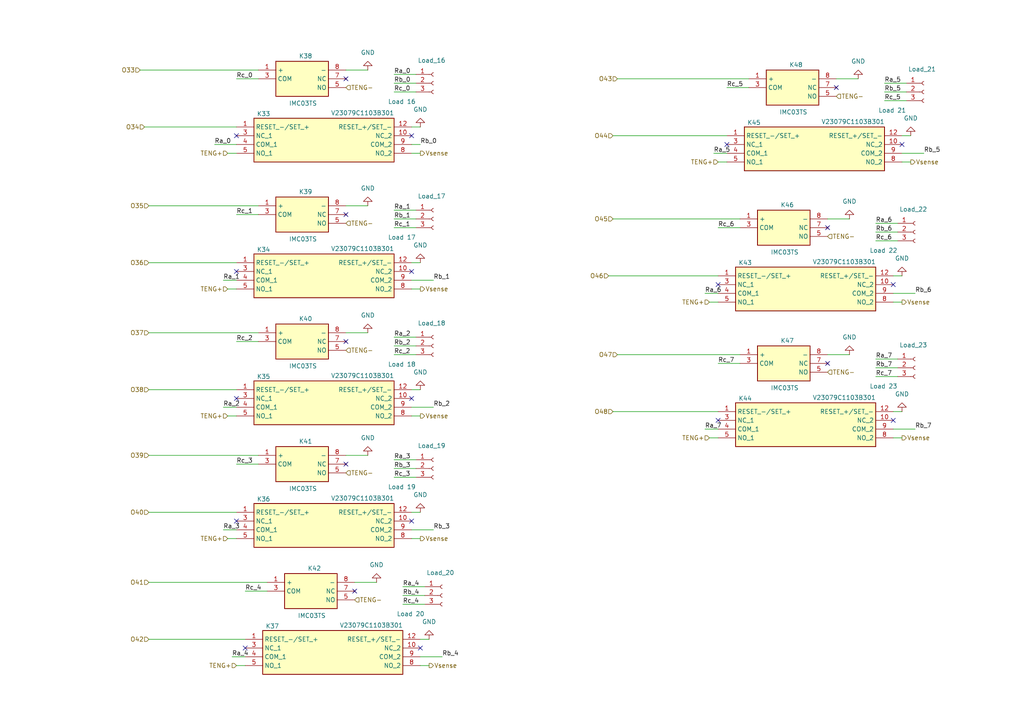
<source format=kicad_sch>
(kicad_sch (version 20231120) (generator "eeschema") (generator_version "8.0")
  (paper "A4")
  (lib_symbols
    (symbol "Connector:Conn_01x03_Socket" (pin_names (offset 1.016) hide)
      (property "Reference" "J" (at 0 5.08 0))
      (property "Value" "Conn_01x03_Socket" (at 0 -5.08 0))
      (symbol "Conn_01x03_Socket_1_1"
        (arc (start 0 -2.032) (mid -0.5058 -2.54) (end 0 -3.048) (stroke (width 0.1524)))
        (polyline (pts (xy -1.27 -2.54) (xy -0.508 -2.54)) (stroke (width 0.1524)))
        (polyline (pts (xy -1.27 0) (xy -0.508 0)) (stroke (width 0.1524)))
        (polyline (pts (xy -1.27 2.54) (xy -0.508 2.54)) (stroke (width 0.1524)))
        (arc (start 0 0.508) (mid -0.5058 0) (end 0 -0.508) (stroke (width 0.1524)))
        (arc (start 0 3.048) (mid -0.5058 2.54) (end 0 2.032) (stroke (width 0.1524)))
        (pin passive line (at -5.08 2.54 0) (length 3.81) (name "Pin_1") (number "1"))
        (pin passive line (at -5.08 0 0) (length 3.81) (name "Pin_2") (number "2"))
        (pin passive line (at -5.08 -2.54 0) (length 3.81) (name "Pin_3") (number "3"))
      )
    )
    (symbol "SamacSys_Parts:IMC03TS"
      (property "Reference" "K" (at 21.59 7.62 0))
      (property "Value" "IMC03TS" (at 21.59 5.08 0))
      (symbol "IMC03TS_1_1"
        (rectangle (start 5.08 2.54) (end 20.32 -7.62) (stroke (width 0.254)) (fill (type background)))
        (pin passive line (at 0 0 0) (length 5.08) (name "+") (number "1"))
        (pin passive line (at 0 -2.54 0) (length 5.08) (name "COM") (number "3"))
        (pin passive line (at 25.4 -5.08 180) (length 5.08) (name "NO") (number "5"))
        (pin no_connect line (at 25.4 -2.54 180) (length 5.08) (name "NC") (number "7"))
        (pin passive line (at 25.4 0 180) (length 5.08) (name "-") (number "8"))
      )
    )
    (symbol "SamacSys_Parts:V23079C1103B301"
      (property "Reference" "K" (at 46.99 7.62 0))
      (property "Value" "V23079C1103B301" (at 46.99 5.08 0))
      (symbol "V23079C1103B301_1_1"
        (rectangle (start 5.08 2.54) (end 45.72 -10.16) (stroke (width 0.254)) (fill (type background)))
        (pin passive line (at 0 0 0) (length 5.08) (name "RESET_-/SET_+") (number "1"))
        (pin passive line (at 50.8 -2.54 180) (length 5.08) (name "NC_2") (number "10"))
        (pin passive line (at 50.8 0 180) (length 5.08) (name "RESET_+/SET_-") (number "12"))
        (pin passive line (at 0 -2.54 0) (length 5.08) (name "NC_1") (number "3"))
        (pin passive line (at 0 -5.08 0) (length 5.08) (name "COM_1") (number "4"))
        (pin passive line (at 0 -7.62 0) (length 5.08) (name "NO_1") (number "5"))
        (pin passive line (at 50.8 -7.62 180) (length 5.08) (name "NO_2") (number "8"))
        (pin passive line (at 50.8 -5.08 180) (length 5.08) (name "COM_2") (number "9"))
      )
    )
    (symbol "power:GND" (power) (pin_numbers hide) (pin_names (offset 0) hide)
      (property "Value" "GND" (at 0 -3.81 0))
      (symbol "GND_0_1"
        (polyline (pts (xy 0 0) (xy 0 -1.27) (xy 1.27 -1.27) (xy 0 -2.54) (xy -1.27 -1.27) (xy 0 -1.27)))
      )
      (symbol "GND_1_1"
        (pin power_in line (at 0 0 270) (length 0) (name "~") (number "1"))
      )
    )
  )
  (no_connect (at 208.28 82.55))
  (no_connect (at 102.87 171.45))
  (no_connect (at 121.92 187.96))
  (no_connect (at 119.38 115.57))
  (no_connect (at 68.58 78.74))
  (no_connect (at 242.57 25.4))
  (no_connect (at 119.38 151.13))
  (no_connect (at 100.33 134.62))
  (no_connect (at 68.58 39.37))
  (no_connect (at 100.33 22.86))
  (no_connect (at 259.08 82.55))
  (no_connect (at 71.12 187.96))
  (no_connect (at 259.08 121.92))
  (no_connect (at 208.28 121.92))
  (no_connect (at 100.33 62.23))
  (no_connect (at 240.03 66.04))
  (no_connect (at 68.58 115.57))
  (no_connect (at 210.82 41.91))
  (no_connect (at 240.03 105.41))
  (no_connect (at 119.38 78.74))
  (no_connect (at 261.62 41.91))
  (no_connect (at 68.58 151.13))
  (no_connect (at 100.33 99.06))
  (no_connect (at 119.38 39.37))
  (wire (pts (xy 66.04 44.45) (xy 68.58 44.45)))
  (wire (pts (xy 106.68 59.69) (xy 100.33 59.69)))
  (wire (pts (xy 208.28 105.41) (xy 214.63 105.41)))
  (wire (pts (xy 246.38 102.87) (xy 240.03 102.87)))
  (wire (pts (xy 121.92 76.2) (xy 119.38 76.2)))
  (wire (pts (xy 119.38 81.28) (xy 125.73 81.28)))
  (wire (pts (xy 254 67.31) (xy 260.35 67.31)))
  (wire (pts (xy 114.3 102.87) (xy 120.65 102.87)))
  (wire (pts (xy 254 106.68) (xy 260.35 106.68)))
  (wire (pts (xy 64.77 118.11) (xy 68.58 118.11)))
  (wire (pts (xy 121.92 156.21) (xy 119.38 156.21)))
  (wire (pts (xy 246.38 63.5) (xy 240.03 63.5)))
  (wire (pts (xy 114.3 135.89) (xy 120.65 135.89)))
  (wire (pts (xy 124.46 193.04) (xy 121.92 193.04)))
  (wire (pts (xy 66.04 120.65) (xy 68.58 120.65)))
  (wire (pts (xy 179.07 22.86) (xy 217.17 22.86)))
  (wire (pts (xy 43.18 148.59) (xy 68.58 148.59)))
  (wire (pts (xy 114.3 97.79) (xy 120.65 97.79)))
  (wire (pts (xy 254 109.22) (xy 260.35 109.22)))
  (wire (pts (xy 119.38 118.11) (xy 125.73 118.11)))
  (wire (pts (xy 208.28 46.99) (xy 210.82 46.99)))
  (wire (pts (xy 248.92 22.86) (xy 242.57 22.86)))
  (wire (pts (xy 114.3 100.33) (xy 120.65 100.33)))
  (wire (pts (xy 43.18 59.69) (xy 74.93 59.69)))
  (wire (pts (xy 204.47 85.09) (xy 208.28 85.09)))
  (wire (pts (xy 177.8 119.38) (xy 208.28 119.38)))
  (wire (pts (xy 114.3 60.96) (xy 120.65 60.96)))
  (wire (pts (xy 121.92 120.65) (xy 119.38 120.65)))
  (wire (pts (xy 116.84 175.26) (xy 123.19 175.26)))
  (wire (pts (xy 261.62 80.01) (xy 259.08 80.01)))
  (wire (pts (xy 119.38 153.67) (xy 125.73 153.67)))
  (wire (pts (xy 114.3 26.67) (xy 120.65 26.67)))
  (wire (pts (xy 114.3 138.43) (xy 120.65 138.43)))
  (wire (pts (xy 68.58 193.04) (xy 71.12 193.04)))
  (wire (pts (xy 106.68 20.32) (xy 100.33 20.32)))
  (wire (pts (xy 121.92 83.82) (xy 119.38 83.82)))
  (wire (pts (xy 40.64 20.32) (xy 74.93 20.32)))
  (wire (pts (xy 43.18 96.52) (xy 74.93 96.52)))
  (wire (pts (xy 121.92 148.59) (xy 119.38 148.59)))
  (wire (pts (xy 207.01 44.45) (xy 210.82 44.45)))
  (wire (pts (xy 205.74 127) (xy 208.28 127)))
  (wire (pts (xy 121.92 190.5) (xy 128.27 190.5)))
  (wire (pts (xy 205.74 87.63) (xy 208.28 87.63)))
  (wire (pts (xy 177.8 63.5) (xy 214.63 63.5)))
  (wire (pts (xy 109.22 168.91) (xy 102.87 168.91)))
  (wire (pts (xy 43.18 168.91) (xy 77.47 168.91)))
  (wire (pts (xy 256.54 29.21) (xy 262.89 29.21)))
  (wire (pts (xy 121.92 41.91) (xy 119.38 41.91)))
  (wire (pts (xy 68.58 99.06) (xy 74.93 99.06)))
  (wire (pts (xy 68.58 134.62) (xy 74.93 134.62)))
  (wire (pts (xy 124.46 185.42) (xy 121.92 185.42)))
  (wire (pts (xy 259.08 85.09) (xy 265.43 85.09)))
  (wire (pts (xy 121.92 44.45) (xy 119.38 44.45)))
  (wire (pts (xy 114.3 63.5) (xy 120.65 63.5)))
  (wire (pts (xy 43.18 132.08) (xy 74.93 132.08)))
  (wire (pts (xy 261.62 44.45) (xy 267.97 44.45)))
  (wire (pts (xy 261.62 119.38) (xy 259.08 119.38)))
  (wire (pts (xy 256.54 24.13) (xy 262.89 24.13)))
  (wire (pts (xy 261.62 127) (xy 259.08 127)))
  (wire (pts (xy 66.04 156.21) (xy 68.58 156.21)))
  (wire (pts (xy 264.16 39.37) (xy 261.62 39.37)))
  (wire (pts (xy 43.18 185.42) (xy 71.12 185.42)))
  (wire (pts (xy 67.31 190.5) (xy 71.12 190.5)))
  (wire (pts (xy 43.18 113.03) (xy 68.58 113.03)))
  (wire (pts (xy 116.84 172.72) (xy 123.19 172.72)))
  (wire (pts (xy 121.92 113.03) (xy 119.38 113.03)))
  (wire (pts (xy 254 104.14) (xy 260.35 104.14)))
  (wire (pts (xy 116.84 170.18) (xy 123.19 170.18)))
  (wire (pts (xy 114.3 24.13) (xy 120.65 24.13)))
  (wire (pts (xy 254 64.77) (xy 260.35 64.77)))
  (wire (pts (xy 68.58 62.23) (xy 74.93 62.23)))
  (wire (pts (xy 66.04 83.82) (xy 68.58 83.82)))
  (wire (pts (xy 121.92 36.83) (xy 119.38 36.83)))
  (wire (pts (xy 254 69.85) (xy 260.35 69.85)))
  (wire (pts (xy 259.08 124.46) (xy 265.43 124.46)))
  (wire (pts (xy 204.47 124.46) (xy 208.28 124.46)))
  (wire (pts (xy 114.3 21.59) (xy 120.65 21.59)))
  (wire (pts (xy 64.77 81.28) (xy 68.58 81.28)))
  (wire (pts (xy 43.18 76.2) (xy 68.58 76.2)))
  (wire (pts (xy 62.23 41.91) (xy 68.58 41.91)))
  (wire (pts (xy 106.68 132.08) (xy 100.33 132.08)))
  (wire (pts (xy 177.8 39.37) (xy 210.82 39.37)))
  (wire (pts (xy 256.54 26.67) (xy 262.89 26.67)))
  (wire (pts (xy 106.68 96.52) (xy 100.33 96.52)))
  (wire (pts (xy 176.53 80.01) (xy 208.28 80.01)))
  (wire (pts (xy 261.62 87.63) (xy 259.08 87.63)))
  (wire (pts (xy 41.91 36.83) (xy 68.58 36.83)))
  (wire (pts (xy 71.12 171.45) (xy 77.47 171.45)))
  (wire (pts (xy 68.58 22.86) (xy 74.93 22.86)))
  (wire (pts (xy 179.07 102.87) (xy 214.63 102.87)))
  (wire (pts (xy 64.77 153.67) (xy 68.58 153.67)))
  (wire (pts (xy 264.16 46.99) (xy 261.62 46.99)))
  (wire (pts (xy 114.3 133.35) (xy 120.65 133.35)))
  (wire (pts (xy 210.82 25.4) (xy 217.17 25.4)))
  (wire (pts (xy 114.3 66.04) (xy 120.65 66.04)))
  (wire (pts (xy 208.28 66.04) (xy 214.63 66.04)))
  (label "Ra_4" (at 67.31 190.5 0))
  (label "Rc_3" (at 114.3 138.43 0))
  (label "Rc_7" (at 208.28 105.41 0))
  (label "Ra_1" (at 64.77 81.28 0))
  (label "Ra_1" (at 114.3 60.96 0))
  (label "Ra_7" (at 204.47 124.46 0))
  (label "Rc_2" (at 68.58 99.06 0))
  (label "Rb_3" (at 114.3 135.89 0))
  (label "Rb_2" (at 125.73 118.11 0))
  (label "Rb_1" (at 125.73 81.28 0))
  (label "Ra_6" (at 254 64.77 0))
  (label "Ra_4" (at 116.84 170.18 0))
  (label "Rc_6" (at 254 69.85 0))
  (label "Rc_3" (at 68.58 134.62 0))
  (label "Ra_2" (at 64.77 118.11 0))
  (label "Rb_7" (at 254 106.68 0))
  (label "Rc_4" (at 71.12 171.45 0))
  (label "Rc_0" (at 114.3 26.67 0))
  (label "Rb_6" (at 254 67.31 0))
  (label "Rc_6" (at 208.28 66.04 0))
  (label "Rc_7" (at 254 109.22 0))
  (label "Ra_6" (at 204.47 85.09 0))
  (label "Ra_2" (at 114.3 97.79 0))
  (label "Rb_0" (at 114.3 24.13 0))
  (label "Ra_5" (at 207.01 44.45 0))
  (label "Ra_3" (at 64.77 153.67 0))
  (label "Rb_1" (at 114.3 63.5 0))
  (label "Rb_4" (at 128.27 190.5 0))
  (label "Rc_1" (at 114.3 66.04 0))
  (label "Rc_4" (at 116.84 175.26 0))
  (label "Rb_5" (at 256.54 26.67 0))
  (label "Ra_0" (at 62.23 41.91 0))
  (label "Ra_3" (at 114.3 133.35 0))
  (label "Rb_0" (at 121.92 41.91 0))
  (label "Rb_4" (at 116.84 172.72 0))
  (label "Rb_2" (at 114.3 100.33 0))
  (label "Rb_7" (at 265.43 124.46 0))
  (label "Ra_5" (at 256.54 24.13 0))
  (label "Rc_2" (at 114.3 102.87 0))
  (label "Rb_3" (at 125.73 153.67 0))
  (label "Rc_5" (at 210.82 25.4 0))
  (label "Rc_5" (at 256.54 29.21 0))
  (label "Ra_7" (at 254 104.14 0))
  (label "Rc_0" (at 68.58 22.86 0))
  (label "Rc_1" (at 68.58 62.23 0))
  (label "Rb_6" (at 265.43 85.09 0))
  (label "Ra_0" (at 114.3 21.59 0))
  (label "Rb_5" (at 267.97 44.45 0))
  (hierarchical_label "O34" (shape input) (at 41.91 36.83 180))
  (hierarchical_label "TENG+" (shape input) (at 66.04 120.65 180))
  (hierarchical_label "O39" (shape input) (at 43.18 132.08 180))
  (hierarchical_label "O44" (shape input) (at 177.8 39.37 180))
  (hierarchical_label "O42" (shape input) (at 43.18 185.42 180))
  (hierarchical_label "TENG+" (shape input) (at 66.04 44.45 180))
  (hierarchical_label "TENG-" (shape input) (at 100.33 137.16 0))
  (hierarchical_label "O36" (shape input) (at 43.18 76.2 180))
  (hierarchical_label "O37" (shape input) (at 43.18 96.52 180))
  (hierarchical_label "O35" (shape input) (at 43.18 59.69 180))
  (hierarchical_label "Vsense" (shape output) (at 264.16 46.99 0))
  (hierarchical_label "Vsense" (shape output) (at 121.92 156.21 0))
  (hierarchical_label "TENG-" (shape input) (at 100.33 64.77 0))
  (hierarchical_label "TENG+" (shape input) (at 66.04 156.21 180))
  (hierarchical_label "TENG-" (shape input) (at 240.03 68.58 0))
  (hierarchical_label "O38" (shape input) (at 43.18 113.03 180))
  (hierarchical_label "O48" (shape input) (at 177.8 119.38 180))
  (hierarchical_label "O41" (shape input) (at 43.18 168.91 180))
  (hierarchical_label "O43" (shape input) (at 179.07 22.86 180))
  (hierarchical_label "TENG-" (shape input) (at 240.03 107.95 0))
  (hierarchical_label "Vsense" (shape output) (at 121.92 44.45 0))
  (hierarchical_label "TENG-" (shape input) (at 100.33 25.4 0))
  (hierarchical_label "Vsense" (shape output) (at 121.92 120.65 0))
  (hierarchical_label "O47" (shape input) (at 179.07 102.87 180))
  (hierarchical_label "TENG-" (shape input) (at 242.57 27.94 0))
  (hierarchical_label "TENG+" (shape input) (at 66.04 83.82 180))
  (hierarchical_label "O46" (shape input) (at 176.53 80.01 180))
  (hierarchical_label "TENG+" (shape input) (at 205.74 127 180))
  (hierarchical_label "O40" (shape input) (at 43.18 148.59 180))
  (hierarchical_label "Vsense" (shape output) (at 261.62 87.63 0))
  (hierarchical_label "Vsense" (shape output) (at 121.92 83.82 0))
  (hierarchical_label "Vsense" (shape output) (at 261.62 127 0))
  (hierarchical_label "TENG+" (shape input) (at 68.58 193.04 180))
  (hierarchical_label "TENG+" (shape input) (at 205.74 87.63 180))
  (hierarchical_label "TENG-" (shape input) (at 100.33 101.6 0))
  (hierarchical_label "O45" (shape input) (at 177.8 63.5 180))
  (hierarchical_label "Vsense" (shape output) (at 124.46 193.04 0))
  (hierarchical_label "TENG+" (shape input) (at 208.28 46.99 180))
  (hierarchical_label "O33" (shape input) (at 40.64 20.32 180))
  (hierarchical_label "TENG-" (shape input) (at 102.87 173.99 0))
  (symbol (lib_id "power:GND") (at 121.92 113.03 0) (mirror x) (unit 1)
    (property "Reference" "#PWR064" (effects (hide yes)))
    (property "Value" "GND" (at 121.92 107.95 0))
    (property "Description" "Power symbol creates a global label with name \"GND\" , ground" (effects (hide yes)))
  )
  (symbol (lib_id "power:GND") (at 106.68 20.32 0) (mirror x) (unit 1)
    (property "Reference" "#PWR057" (effects (hide yes)))
    (property "Value" "GND" (at 106.68 15.24 0))
    (property "Description" "Power symbol creates a global label with name \"GND\" , ground" (effects (hide yes)))
  )
  (symbol (lib_id "SamacSys_Parts:V23079C1103B301") (at 68.58 76.2 0) (unit 1)
    (property "Reference" "K34" (at 76.454 72.39 0))
    (property "Value" "V23079C1103B301" (at 105.156 72.136 0))
    (property "Footprint" "SamacSys_Parts:V23079A1001B301" (effects (hide yes)))
    (property "Datasheet" "https://www.te.com/commerce/DocumentDelivery/DDEController?Action=showdoc&DocId=Specification+Or+Standard%7F108-98002%7FZ5%7Fpdf%7FEnglish%7FENG_SS_108-98002_Z5.pdf%7F4-1393788-8" (effects (hide yes)))
    (property "Description" "Relay,signal,PCB,DPDT,2A,12Vdc,latching" (effects (hide yes)))
    (property "Height" "9" (effects (hide yes)))
    (property "Manufacturer_Name" "TE Connectivity" (effects (hide yes)))
    (property "Manufacturer_Part_Number" "V23079C1103B301" (effects (hide yes)))
    (property "Mouser Part Number" "655-V23079C1103B301" (effects (hide yes)))
    (property "Mouser Price/Stock" "https://www.mouser.co.uk/ProductDetail/TE-Connectivity-PB/V23079C1103B301?qs=CNrsY6Bml5mJjfpRR1yORw%3D%3D" (effects (hide yes)))
    (property "Arrow Part Number" "V23079C1103B301" (effects (hide yes)))
    (property "Arrow Price/Stock" "https://www.arrow.com/en/products/v23079c1103b301/te-connectivity?region=nac" (effects (hide yes)))
  )
  (symbol (lib_id "power:GND") (at 261.62 80.01 0) (mirror x) (unit 1)
    (property "Reference" "#PWR070" (effects (hide yes)))
    (property "Value" "GND" (at 261.62 74.93 0))
    (property "Description" "Power symbol creates a global label with name \"GND\" , ground" (effects (hide yes)))
  )
  (symbol (lib_id "SamacSys_Parts:V23079C1103B301") (at 71.12 185.42 0) (unit 1)
    (property "Reference" "K37" (at 78.994 181.61 0))
    (property "Value" "V23079C1103B301" (at 107.696 181.356 0))
    (property "Footprint" "SamacSys_Parts:V23079A1001B301" (effects (hide yes)))
    (property "Datasheet" "https://www.te.com/commerce/DocumentDelivery/DDEController?Action=showdoc&DocId=Specification+Or+Standard%7F108-98002%7FZ5%7Fpdf%7FEnglish%7FENG_SS_108-98002_Z5.pdf%7F4-1393788-8" (effects (hide yes)))
    (property "Description" "Relay,signal,PCB,DPDT,2A,12Vdc,latching" (effects (hide yes)))
    (property "Height" "9" (effects (hide yes)))
    (property "Manufacturer_Name" "TE Connectivity" (effects (hide yes)))
    (property "Manufacturer_Part_Number" "V23079C1103B301" (effects (hide yes)))
    (property "Mouser Part Number" "655-V23079C1103B301" (effects (hide yes)))
    (property "Mouser Price/Stock" "https://www.mouser.co.uk/ProductDetail/TE-Connectivity-PB/V23079C1103B301?qs=CNrsY6Bml5mJjfpRR1yORw%3D%3D" (effects (hide yes)))
    (property "Arrow Part Number" "V23079C1103B301" (effects (hide yes)))
    (property "Arrow Price/Stock" "https://www.arrow.com/en/products/v23079c1103b301/te-connectivity?region=nac" (effects (hide yes)))
  )
  (symbol (lib_id "SamacSys_Parts:V23079C1103B301") (at 208.28 119.38 0) (unit 1)
    (property "Reference" "K44" (at 216.154 115.57 0))
    (property "Value" "V23079C1103B301" (at 244.856 115.316 0))
    (property "Footprint" "SamacSys_Parts:V23079A1001B301" (effects (hide yes)))
    (property "Datasheet" "https://www.te.com/commerce/DocumentDelivery/DDEController?Action=showdoc&DocId=Specification+Or+Standard%7F108-98002%7FZ5%7Fpdf%7FEnglish%7FENG_SS_108-98002_Z5.pdf%7F4-1393788-8" (effects (hide yes)))
    (property "Description" "Relay,signal,PCB,DPDT,2A,12Vdc,latching" (effects (hide yes)))
    (property "Height" "9" (effects (hide yes)))
    (property "Manufacturer_Name" "TE Connectivity" (effects (hide yes)))
    (property "Manufacturer_Part_Number" "V23079C1103B301" (effects (hide yes)))
    (property "Mouser Part Number" "655-V23079C1103B301" (effects (hide yes)))
    (property "Mouser Price/Stock" "https://www.mouser.co.uk/ProductDetail/TE-Connectivity-PB/V23079C1103B301?qs=CNrsY6Bml5mJjfpRR1yORw%3D%3D" (effects (hide yes)))
    (property "Arrow Part Number" "V23079C1103B301" (effects (hide yes)))
    (property "Arrow Price/Stock" "https://www.arrow.com/en/products/v23079c1103b301/te-connectivity?region=nac" (effects (hide yes)))
  )
  (symbol (lib_id "power:GND") (at 106.68 59.69 0) (mirror x) (unit 1)
    (property "Reference" "#PWR058" (effects (hide yes)))
    (property "Value" "GND" (at 106.68 54.61 0))
    (property "Description" "Power symbol creates a global label with name \"GND\" , ground" (effects (hide yes)))
  )
  (symbol (lib_id "power:GND") (at 264.16 39.37 0) (mirror x) (unit 1)
    (property "Reference" "#PWR072" (effects (hide yes)))
    (property "Value" "GND" (at 264.16 34.29 0))
    (property "Description" "Power symbol creates a global label with name \"GND\" , ground" (effects (hide yes)))
  )
  (symbol (lib_id "power:GND") (at 121.92 148.59 0) (mirror x) (unit 1)
    (property "Reference" "#PWR065" (effects (hide yes)))
    (property "Value" "GND" (at 121.92 143.51 0))
    (property "Description" "Power symbol creates a global label with name \"GND\" , ground" (effects (hide yes)))
  )
  (symbol (lib_id "power:GND") (at 124.46 185.42 0) (mirror x) (unit 1)
    (property "Reference" "#PWR066" (effects (hide yes)))
    (property "Value" "GND" (at 124.46 180.34 0))
    (property "Description" "Power symbol creates a global label with name \"GND\" , ground" (effects (hide yes)))
  )
  (symbol (lib_id "Connector:Conn_01x03_Socket") (at 265.43 67.31 0) (unit 1)
    (property "Reference" "Load_22" (at 260.858 60.706 0) (effects (justify left)))
    (property "Value" "Load 22" (at 252.222 72.644 0) (effects (justify left)))
    (property "Footprint" "Connector_PinHeader_2.54mm:PinHeader_1x03_P2.54mm_Vertical" (effects (hide yes)))
    (property "Description" "Generic connector, single row, 01x03, script generated" (effects (hide yes)))
  )
  (symbol (lib_id "Connector:Conn_01x03_Socket") (at 125.73 100.33 0) (unit 1)
    (property "Reference" "Load_18" (at 121.158 93.726 0) (effects (justify left)))
    (property "Value" "Load 18" (at 112.522 105.664 0) (effects (justify left)))
    (property "Footprint" "Connector_PinHeader_2.54mm:PinHeader_1x03_P2.54mm_Vertical" (effects (hide yes)))
    (property "Description" "Generic connector, single row, 01x03, script generated" (effects (hide yes)))
  )
  (symbol (lib_id "power:GND") (at 246.38 63.5 0) (mirror x) (unit 1)
    (property "Reference" "#PWR067" (effects (hide yes)))
    (property "Value" "GND" (at 246.38 58.42 0))
    (property "Description" "Power symbol creates a global label with name \"GND\" , ground" (effects (hide yes)))
  )
  (symbol (lib_id "SamacSys_Parts:IMC03TS") (at 74.93 20.32 0) (unit 1)
    (property "Reference" "K38" (at 88.646 16.256 0))
    (property "Value" "IMC03TS" (at 87.884 29.972 0))
    (property "Footprint" "SamacSys_Parts:IMC03TS" (effects (hide yes)))
    (property "Datasheet" "https://componentsearchengine.com/Datasheets/1/IMC03TS.pdf" (effects (hide yes)))
    (property "Description" "TE CONNECTIVITY - IMC03TS - RELAY, SIGNAL, SPDT, 30VDC, 2A" (effects (hide yes)))
    (property "Height" "5" (effects (hide yes)))
    (property "Manufacturer_Name" "TE Connectivity" (effects (hide yes)))
    (property "Manufacturer_Part_Number" "IMC03TS" (effects (hide yes)))
    (property "Mouser Part Number" "655-IMC03TS" (effects (hide yes)))
    (property "Mouser Price/Stock" "https://www.mouser.co.uk/ProductDetail/TE-Connectivity/IMC03TS?qs=cjQ5B1jJSzR1ZiTl5Tzf3w%3D%3D" (effects (hide yes)))
    (property "Arrow Part Number" "IMC03TS" (effects (hide yes)))
    (property "Arrow Price/Stock" "https://www.arrow.com/en/products/imc03ts/te-connectivity?region=nac" (effects (hide yes)))
  )
  (symbol (lib_id "SamacSys_Parts:V23079C1103B301") (at 68.58 148.59 0) (unit 1)
    (property "Reference" "K36" (at 76.454 144.78 0))
    (property "Value" "V23079C1103B301" (at 105.156 144.526 0))
    (property "Footprint" "SamacSys_Parts:V23079A1001B301" (effects (hide yes)))
    (property "Datasheet" "https://www.te.com/commerce/DocumentDelivery/DDEController?Action=showdoc&DocId=Specification+Or+Standard%7F108-98002%7FZ5%7Fpdf%7FEnglish%7FENG_SS_108-98002_Z5.pdf%7F4-1393788-8" (effects (hide yes)))
    (property "Description" "Relay,signal,PCB,DPDT,2A,12Vdc,latching" (effects (hide yes)))
    (property "Height" "9" (effects (hide yes)))
    (property "Manufacturer_Name" "TE Connectivity" (effects (hide yes)))
    (property "Manufacturer_Part_Number" "V23079C1103B301" (effects (hide yes)))
    (property "Mouser Part Number" "655-V23079C1103B301" (effects (hide yes)))
    (property "Mouser Price/Stock" "https://www.mouser.co.uk/ProductDetail/TE-Connectivity-PB/V23079C1103B301?qs=CNrsY6Bml5mJjfpRR1yORw%3D%3D" (effects (hide yes)))
    (property "Arrow Part Number" "V23079C1103B301" (effects (hide yes)))
    (property "Arrow Price/Stock" "https://www.arrow.com/en/products/v23079c1103b301/te-connectivity?region=nac" (effects (hide yes)))
  )
  (symbol (lib_id "SamacSys_Parts:IMC03TS") (at 74.93 59.69 0) (unit 1)
    (property "Reference" "K39" (at 88.646 55.626 0))
    (property "Value" "IMC03TS" (at 87.884 69.342 0))
    (property "Footprint" "SamacSys_Parts:IMC03TS" (effects (hide yes)))
    (property "Datasheet" "https://componentsearchengine.com/Datasheets/1/IMC03TS.pdf" (effects (hide yes)))
    (property "Description" "TE CONNECTIVITY - IMC03TS - RELAY, SIGNAL, SPDT, 30VDC, 2A" (effects (hide yes)))
    (property "Height" "5" (effects (hide yes)))
    (property "Manufacturer_Name" "TE Connectivity" (effects (hide yes)))
    (property "Manufacturer_Part_Number" "IMC03TS" (effects (hide yes)))
    (property "Mouser Part Number" "655-IMC03TS" (effects (hide yes)))
    (property "Mouser Price/Stock" "https://www.mouser.co.uk/ProductDetail/TE-Connectivity/IMC03TS?qs=cjQ5B1jJSzR1ZiTl5Tzf3w%3D%3D" (effects (hide yes)))
    (property "Arrow Part Number" "IMC03TS" (effects (hide yes)))
    (property "Arrow Price/Stock" "https://www.arrow.com/en/products/imc03ts/te-connectivity?region=nac" (effects (hide yes)))
  )
  (symbol (lib_id "Connector:Conn_01x03_Socket") (at 128.27 172.72 0) (unit 1)
    (property "Reference" "Load_20" (at 123.698 166.116 0) (effects (justify left)))
    (property "Value" "Load 20" (at 115.062 178.054 0) (effects (justify left)))
    (property "Footprint" "Connector_PinHeader_2.54mm:PinHeader_1x03_P2.54mm_Vertical" (effects (hide yes)))
    (property "Description" "Generic connector, single row, 01x03, script generated" (effects (hide yes)))
  )
  (symbol (lib_id "power:GND") (at 106.68 96.52 0) (mirror x) (unit 1)
    (property "Reference" "#PWR059" (effects (hide yes)))
    (property "Value" "GND" (at 106.68 91.44 0))
    (property "Description" "Power symbol creates a global label with name \"GND\" , ground" (effects (hide yes)))
  )
  (symbol (lib_id "power:GND") (at 109.22 168.91 0) (mirror x) (unit 1)
    (property "Reference" "#PWR061" (effects (hide yes)))
    (property "Value" "GND" (at 109.22 163.83 0))
    (property "Description" "Power symbol creates a global label with name \"GND\" , ground" (effects (hide yes)))
  )
  (symbol (lib_id "SamacSys_Parts:V23079C1103B301") (at 210.82 39.37 0) (unit 1)
    (property "Reference" "K45" (at 218.694 35.56 0))
    (property "Value" "V23079C1103B301" (at 247.396 35.306 0))
    (property "Footprint" "SamacSys_Parts:V23079A1001B301" (effects (hide yes)))
    (property "Datasheet" "https://www.te.com/commerce/DocumentDelivery/DDEController?Action=showdoc&DocId=Specification+Or+Standard%7F108-98002%7FZ5%7Fpdf%7FEnglish%7FENG_SS_108-98002_Z5.pdf%7F4-1393788-8" (effects (hide yes)))
    (property "Description" "Relay,signal,PCB,DPDT,2A,12Vdc,latching" (effects (hide yes)))
    (property "Height" "9" (effects (hide yes)))
    (property "Manufacturer_Name" "TE Connectivity" (effects (hide yes)))
    (property "Manufacturer_Part_Number" "V23079C1103B301" (effects (hide yes)))
    (property "Mouser Part Number" "655-V23079C1103B301" (effects (hide yes)))
    (property "Mouser Price/Stock" "https://www.mouser.co.uk/ProductDetail/TE-Connectivity-PB/V23079C1103B301?qs=CNrsY6Bml5mJjfpRR1yORw%3D%3D" (effects (hide yes)))
    (property "Arrow Part Number" "V23079C1103B301" (effects (hide yes)))
    (property "Arrow Price/Stock" "https://www.arrow.com/en/products/v23079c1103b301/te-connectivity?region=nac" (effects (hide yes)))
  )
  (symbol (lib_id "SamacSys_Parts:IMC03TS") (at 74.93 96.52 0) (unit 1)
    (property "Reference" "K40" (at 88.646 92.456 0))
    (property "Value" "IMC03TS" (at 87.884 106.172 0))
    (property "Footprint" "SamacSys_Parts:IMC03TS" (effects (hide yes)))
    (property "Datasheet" "https://componentsearchengine.com/Datasheets/1/IMC03TS.pdf" (effects (hide yes)))
    (property "Description" "TE CONNECTIVITY - IMC03TS - RELAY, SIGNAL, SPDT, 30VDC, 2A" (effects (hide yes)))
    (property "Height" "5" (effects (hide yes)))
    (property "Manufacturer_Name" "TE Connectivity" (effects (hide yes)))
    (property "Manufacturer_Part_Number" "IMC03TS" (effects (hide yes)))
    (property "Mouser Part Number" "655-IMC03TS" (effects (hide yes)))
    (property "Mouser Price/Stock" "https://www.mouser.co.uk/ProductDetail/TE-Connectivity/IMC03TS?qs=cjQ5B1jJSzR1ZiTl5Tzf3w%3D%3D" (effects (hide yes)))
    (property "Arrow Part Number" "IMC03TS" (effects (hide yes)))
    (property "Arrow Price/Stock" "https://www.arrow.com/en/products/imc03ts/te-connectivity?region=nac" (effects (hide yes)))
  )
  (symbol (lib_id "SamacSys_Parts:V23079C1103B301") (at 208.28 80.01 0) (unit 1)
    (property "Reference" "K43" (at 216.154 76.2 0))
    (property "Value" "V23079C1103B301" (at 244.856 75.946 0))
    (property "Footprint" "SamacSys_Parts:V23079A1001B301" (effects (hide yes)))
    (property "Datasheet" "https://www.te.com/commerce/DocumentDelivery/DDEController?Action=showdoc&DocId=Specification+Or+Standard%7F108-98002%7FZ5%7Fpdf%7FEnglish%7FENG_SS_108-98002_Z5.pdf%7F4-1393788-8" (effects (hide yes)))
    (property "Description" "Relay,signal,PCB,DPDT,2A,12Vdc,latching" (effects (hide yes)))
    (property "Height" "9" (effects (hide yes)))
    (property "Manufacturer_Name" "TE Connectivity" (effects (hide yes)))
    (property "Manufacturer_Part_Number" "V23079C1103B301" (effects (hide yes)))
    (property "Mouser Part Number" "655-V23079C1103B301" (effects (hide yes)))
    (property "Mouser Price/Stock" "https://www.mouser.co.uk/ProductDetail/TE-Connectivity-PB/V23079C1103B301?qs=CNrsY6Bml5mJjfpRR1yORw%3D%3D" (effects (hide yes)))
    (property "Arrow Part Number" "V23079C1103B301" (effects (hide yes)))
    (property "Arrow Price/Stock" "https://www.arrow.com/en/products/v23079c1103b301/te-connectivity?region=nac" (effects (hide yes)))
  )
  (symbol (lib_id "power:GND") (at 248.92 22.86 0) (mirror x) (unit 1)
    (property "Reference" "#PWR069" (effects (hide yes)))
    (property "Value" "GND" (at 248.92 17.78 0))
    (property "Description" "Power symbol creates a global label with name \"GND\" , ground" (effects (hide yes)))
  )
  (symbol (lib_id "power:GND") (at 246.38 102.87 0) (mirror x) (unit 1)
    (property "Reference" "#PWR068" (effects (hide yes)))
    (property "Value" "GND" (at 246.38 97.79 0))
    (property "Description" "Power symbol creates a global label with name \"GND\" , ground" (effects (hide yes)))
  )
  (symbol (lib_id "Connector:Conn_01x03_Socket") (at 265.43 106.68 0) (unit 1)
    (property "Reference" "Load_23" (at 260.858 100.076 0) (effects (justify left)))
    (property "Value" "Load 23" (at 252.222 112.014 0) (effects (justify left)))
    (property "Footprint" "Connector_PinHeader_2.54mm:PinHeader_1x03_P2.54mm_Vertical" (effects (hide yes)))
    (property "Description" "Generic connector, single row, 01x03, script generated" (effects (hide yes)))
  )
  (symbol (lib_id "SamacSys_Parts:V23079C1103B301") (at 68.58 113.03 0) (unit 1)
    (property "Reference" "K35" (at 76.454 109.22 0))
    (property "Value" "V23079C1103B301" (at 105.156 108.966 0))
    (property "Footprint" "SamacSys_Parts:V23079A1001B301" (effects (hide yes)))
    (property "Datasheet" "https://www.te.com/commerce/DocumentDelivery/DDEController?Action=showdoc&DocId=Specification+Or+Standard%7F108-98002%7FZ5%7Fpdf%7FEnglish%7FENG_SS_108-98002_Z5.pdf%7F4-1393788-8" (effects (hide yes)))
    (property "Description" "Relay,signal,PCB,DPDT,2A,12Vdc,latching" (effects (hide yes)))
    (property "Height" "9" (effects (hide yes)))
    (property "Manufacturer_Name" "TE Connectivity" (effects (hide yes)))
    (property "Manufacturer_Part_Number" "V23079C1103B301" (effects (hide yes)))
    (property "Mouser Part Number" "655-V23079C1103B301" (effects (hide yes)))
    (property "Mouser Price/Stock" "https://www.mouser.co.uk/ProductDetail/TE-Connectivity-PB/V23079C1103B301?qs=CNrsY6Bml5mJjfpRR1yORw%3D%3D" (effects (hide yes)))
    (property "Arrow Part Number" "V23079C1103B301" (effects (hide yes)))
    (property "Arrow Price/Stock" "https://www.arrow.com/en/products/v23079c1103b301/te-connectivity?region=nac" (effects (hide yes)))
  )
  (symbol (lib_id "SamacSys_Parts:IMC03TS") (at 74.93 132.08 0) (unit 1)
    (property "Reference" "K41" (at 88.646 128.016 0))
    (property "Value" "IMC03TS" (at 87.884 141.732 0))
    (property "Footprint" "SamacSys_Parts:IMC03TS" (effects (hide yes)))
    (property "Datasheet" "https://componentsearchengine.com/Datasheets/1/IMC03TS.pdf" (effects (hide yes)))
    (property "Description" "TE CONNECTIVITY - IMC03TS - RELAY, SIGNAL, SPDT, 30VDC, 2A" (effects (hide yes)))
    (property "Height" "5" (effects (hide yes)))
    (property "Manufacturer_Name" "TE Connectivity" (effects (hide yes)))
    (property "Manufacturer_Part_Number" "IMC03TS" (effects (hide yes)))
    (property "Mouser Part Number" "655-IMC03TS" (effects (hide yes)))
    (property "Mouser Price/Stock" "https://www.mouser.co.uk/ProductDetail/TE-Connectivity/IMC03TS?qs=cjQ5B1jJSzR1ZiTl5Tzf3w%3D%3D" (effects (hide yes)))
    (property "Arrow Part Number" "IMC03TS" (effects (hide yes)))
    (property "Arrow Price/Stock" "https://www.arrow.com/en/products/imc03ts/te-connectivity?region=nac" (effects (hide yes)))
  )
  (symbol (lib_id "power:GND") (at 106.68 132.08 0) (mirror x) (unit 1)
    (property "Reference" "#PWR060" (effects (hide yes)))
    (property "Value" "GND" (at 106.68 127 0))
    (property "Description" "Power symbol creates a global label with name \"GND\" , ground" (effects (hide yes)))
  )
  (symbol (lib_id "SamacSys_Parts:IMC03TS") (at 217.17 22.86 0) (unit 1)
    (property "Reference" "K48" (at 230.886 18.796 0))
    (property "Value" "IMC03TS" (at 230.124 32.512 0))
    (property "Footprint" "SamacSys_Parts:IMC03TS" (effects (hide yes)))
    (property "Datasheet" "https://componentsearchengine.com/Datasheets/1/IMC03TS.pdf" (effects (hide yes)))
    (property "Description" "TE CONNECTIVITY - IMC03TS - RELAY, SIGNAL, SPDT, 30VDC, 2A" (effects (hide yes)))
    (property "Height" "5" (effects (hide yes)))
    (property "Manufacturer_Name" "TE Connectivity" (effects (hide yes)))
    (property "Manufacturer_Part_Number" "IMC03TS" (effects (hide yes)))
    (property "Mouser Part Number" "655-IMC03TS" (effects (hide yes)))
    (property "Mouser Price/Stock" "https://www.mouser.co.uk/ProductDetail/TE-Connectivity/IMC03TS?qs=cjQ5B1jJSzR1ZiTl5Tzf3w%3D%3D" (effects (hide yes)))
    (property "Arrow Part Number" "IMC03TS" (effects (hide yes)))
    (property "Arrow Price/Stock" "https://www.arrow.com/en/products/imc03ts/te-connectivity?region=nac" (effects (hide yes)))
  )
  (symbol (lib_id "SamacSys_Parts:IMC03TS") (at 77.47 168.91 0) (unit 1)
    (property "Reference" "K42" (at 91.186 164.846 0))
    (property "Value" "IMC03TS" (at 90.424 178.562 0))
    (property "Footprint" "SamacSys_Parts:IMC03TS" (effects (hide yes)))
    (property "Datasheet" "https://componentsearchengine.com/Datasheets/1/IMC03TS.pdf" (effects (hide yes)))
    (property "Description" "TE CONNECTIVITY - IMC03TS - RELAY, SIGNAL, SPDT, 30VDC, 2A" (effects (hide yes)))
    (property "Height" "5" (effects (hide yes)))
    (property "Manufacturer_Name" "TE Connectivity" (effects (hide yes)))
    (property "Manufacturer_Part_Number" "IMC03TS" (effects (hide yes)))
    (property "Mouser Part Number" "655-IMC03TS" (effects (hide yes)))
    (property "Mouser Price/Stock" "https://www.mouser.co.uk/ProductDetail/TE-Connectivity/IMC03TS?qs=cjQ5B1jJSzR1ZiTl5Tzf3w%3D%3D" (effects (hide yes)))
    (property "Arrow Part Number" "IMC03TS" (effects (hide yes)))
    (property "Arrow Price/Stock" "https://www.arrow.com/en/products/imc03ts/te-connectivity?region=nac" (effects (hide yes)))
  )
  (symbol (lib_id "power:GND") (at 121.92 76.2 0) (mirror x) (unit 1)
    (property "Reference" "#PWR063" (effects (hide yes)))
    (property "Value" "GND" (at 121.92 71.12 0))
    (property "Description" "Power symbol creates a global label with name \"GND\" , ground" (effects (hide yes)))
  )
  (symbol (lib_id "Connector:Conn_01x03_Socket") (at 267.97 26.67 0) (unit 1)
    (property "Reference" "Load_21" (at 263.398 20.066 0) (effects (justify left)))
    (property "Value" "Load 21" (at 254.762 32.004 0) (effects (justify left)))
    (property "Footprint" "Connector_PinHeader_2.54mm:PinHeader_1x03_P2.54mm_Vertical" (effects (hide yes)))
    (property "Description" "Generic connector, single row, 01x03, script generated" (effects (hide yes)))
  )
  (symbol (lib_id "SamacSys_Parts:IMC03TS") (at 214.63 63.5 0) (unit 1)
    (property "Reference" "K46" (at 228.346 59.436 0))
    (property "Value" "IMC03TS" (at 227.584 73.152 0))
    (property "Footprint" "SamacSys_Parts:IMC03TS" (effects (hide yes)))
    (property "Datasheet" "https://componentsearchengine.com/Datasheets/1/IMC03TS.pdf" (effects (hide yes)))
    (property "Description" "TE CONNECTIVITY - IMC03TS - RELAY, SIGNAL, SPDT, 30VDC, 2A" (effects (hide yes)))
    (property "Height" "5" (effects (hide yes)))
    (property "Manufacturer_Name" "TE Connectivity" (effects (hide yes)))
    (property "Manufacturer_Part_Number" "IMC03TS" (effects (hide yes)))
    (property "Mouser Part Number" "655-IMC03TS" (effects (hide yes)))
    (property "Mouser Price/Stock" "https://www.mouser.co.uk/ProductDetail/TE-Connectivity/IMC03TS?qs=cjQ5B1jJSzR1ZiTl5Tzf3w%3D%3D" (effects (hide yes)))
    (property "Arrow Part Number" "IMC03TS" (effects (hide yes)))
    (property "Arrow Price/Stock" "https://www.arrow.com/en/products/imc03ts/te-connectivity?region=nac" (effects (hide yes)))
  )
  (symbol (lib_id "SamacSys_Parts:IMC03TS") (at 214.63 102.87 0) (unit 1)
    (property "Reference" "K47" (at 228.346 98.806 0))
    (property "Value" "IMC03TS" (at 227.584 112.522 0))
    (property "Footprint" "SamacSys_Parts:IMC03TS" (effects (hide yes)))
    (property "Datasheet" "https://componentsearchengine.com/Datasheets/1/IMC03TS.pdf" (effects (hide yes)))
    (property "Description" "TE CONNECTIVITY - IMC03TS - RELAY, SIGNAL, SPDT, 30VDC, 2A" (effects (hide yes)))
    (property "Height" "5" (effects (hide yes)))
    (property "Manufacturer_Name" "TE Connectivity" (effects (hide yes)))
    (property "Manufacturer_Part_Number" "IMC03TS" (effects (hide yes)))
    (property "Mouser Part Number" "655-IMC03TS" (effects (hide yes)))
    (property "Mouser Price/Stock" "https://www.mouser.co.uk/ProductDetail/TE-Connectivity/IMC03TS?qs=cjQ5B1jJSzR1ZiTl5Tzf3w%3D%3D" (effects (hide yes)))
    (property "Arrow Part Number" "IMC03TS" (effects (hide yes)))
    (property "Arrow Price/Stock" "https://www.arrow.com/en/products/imc03ts/te-connectivity?region=nac" (effects (hide yes)))
  )
  (symbol (lib_id "Connector:Conn_01x03_Socket") (at 125.73 24.13 0) (unit 1)
    (property "Reference" "Load_16" (at 121.158 17.526 0) (effects (justify left)))
    (property "Value" "Load 16" (at 112.522 29.464 0) (effects (justify left)))
    (property "Footprint" "Connector_PinHeader_2.54mm:PinHeader_1x03_P2.54mm_Vertical" (effects (hide yes)))
    (property "Description" "Generic connector, single row, 01x03, script generated" (effects (hide yes)))
  )
  (symbol (lib_id "SamacSys_Parts:V23079C1103B301") (at 68.58 36.83 0) (unit 1)
    (property "Reference" "K33" (at 76.454 33.02 0))
    (property "Value" "V23079C1103B301" (at 105.156 32.766 0))
    (property "Footprint" "SamacSys_Parts:V23079A1001B301" (effects (hide yes)))
    (property "Datasheet" "https://www.te.com/commerce/DocumentDelivery/DDEController?Action=showdoc&DocId=Specification+Or+Standard%7F108-98002%7FZ5%7Fpdf%7FEnglish%7FENG_SS_108-98002_Z5.pdf%7F4-1393788-8" (effects (hide yes)))
    (property "Description" "Relay,signal,PCB,DPDT,2A,12Vdc,latching" (effects (hide yes)))
    (property "Height" "9" (effects (hide yes)))
    (property "Manufacturer_Name" "TE Connectivity" (effects (hide yes)))
    (property "Manufacturer_Part_Number" "V23079C1103B301" (effects (hide yes)))
    (property "Mouser Part Number" "655-V23079C1103B301" (effects (hide yes)))
    (property "Mouser Price/Stock" "https://www.mouser.co.uk/ProductDetail/TE-Connectivity-PB/V23079C1103B301?qs=CNrsY6Bml5mJjfpRR1yORw%3D%3D" (effects (hide yes)))
    (property "Arrow Part Number" "V23079C1103B301" (effects (hide yes)))
    (property "Arrow Price/Stock" "https://www.arrow.com/en/products/v23079c1103b301/te-connectivity?region=nac" (effects (hide yes)))
  )
  (symbol (lib_id "Connector:Conn_01x03_Socket") (at 125.73 135.89 0) (unit 1)
    (property "Reference" "Load_19" (at 121.158 129.286 0) (effects (justify left)))
    (property "Value" "Load 19" (at 112.522 141.224 0) (effects (justify left)))
    (property "Footprint" "Connector_PinHeader_2.54mm:PinHeader_1x03_P2.54mm_Vertical" (effects (hide yes)))
    (property "Description" "Generic connector, single row, 01x03, script generated" (effects (hide yes)))
  )
  (symbol (lib_id "power:GND") (at 261.62 119.38 0) (mirror x) (unit 1)
    (property "Reference" "#PWR071" (effects (hide yes)))
    (property "Value" "GND" (at 261.62 114.3 0))
    (property "Description" "Power symbol creates a global label with name \"GND\" , ground" (effects (hide yes)))
  )
  (symbol (lib_id "power:GND") (at 121.92 36.83 0) (mirror x) (unit 1)
    (property "Reference" "#PWR062" (effects (hide yes)))
    (property "Value" "GND" (at 121.92 31.75 0))
    (property "Description" "Power symbol creates a global label with name \"GND\" , ground" (effects (hide yes)))
  )
  (symbol (lib_id "Connector:Conn_01x03_Socket") (at 125.73 63.5 0) (unit 1)
    (property "Reference" "Load_17" (at 121.158 56.896 0) (effects (justify left)))
    (property "Value" "Load 17" (at 112.522 68.834 0) (effects (justify left)))
    (property "Footprint" "Connector_PinHeader_2.54mm:PinHeader_1x03_P2.54mm_Vertical" (effects (hide yes)))
    (property "Description" "Generic connector, single row, 01x03, script generated" (effects (hide yes)))
  )
)
</source>
